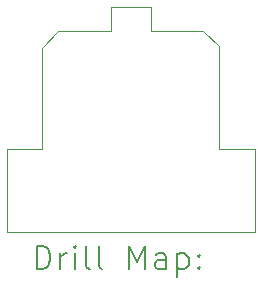
<source format=gbr>
%FSLAX45Y45*%
G04 Gerber Fmt 4.5, Leading zero omitted, Abs format (unit mm)*
G04 Created by KiCad (PCBNEW (6.0.0)) date 2021-12-31 14:49:55*
%MOMM*%
%LPD*%
G01*
G04 APERTURE LIST*
%TA.AperFunction,Profile*%
%ADD10C,0.100000*%
%TD*%
%ADD11C,0.200000*%
G04 APERTURE END LIST*
D10*
X11154000Y-6455750D02*
X11154000Y-7325750D01*
X9354000Y-8025750D02*
X9354000Y-7325750D01*
X10234000Y-6125750D02*
X10234000Y-6325750D01*
X10574000Y-6125750D02*
X10574000Y-6325750D01*
X11454000Y-7325750D02*
X11154000Y-7325750D01*
X10574000Y-6125750D02*
X10234000Y-6125750D01*
X9654000Y-6465750D02*
X9654000Y-7325750D01*
X9784000Y-6325750D02*
X9654000Y-6465750D01*
X9354000Y-7325750D02*
X9654000Y-7325750D01*
X10234000Y-6325750D02*
X9784000Y-6325750D01*
X11014000Y-6325750D02*
X11154000Y-6455750D01*
X11454000Y-8025750D02*
X11454000Y-7325750D01*
X10574000Y-6325750D02*
X11014000Y-6325750D01*
X11454000Y-8025750D02*
X9354000Y-8025750D01*
D11*
X9606619Y-8341226D02*
X9606619Y-8141226D01*
X9654238Y-8141226D01*
X9682810Y-8150750D01*
X9701857Y-8169798D01*
X9711381Y-8188845D01*
X9720905Y-8226940D01*
X9720905Y-8255512D01*
X9711381Y-8293607D01*
X9701857Y-8312655D01*
X9682810Y-8331702D01*
X9654238Y-8341226D01*
X9606619Y-8341226D01*
X9806619Y-8341226D02*
X9806619Y-8207893D01*
X9806619Y-8245988D02*
X9816143Y-8226940D01*
X9825667Y-8217417D01*
X9844714Y-8207893D01*
X9863762Y-8207893D01*
X9930429Y-8341226D02*
X9930429Y-8207893D01*
X9930429Y-8141226D02*
X9920905Y-8150750D01*
X9930429Y-8160274D01*
X9939952Y-8150750D01*
X9930429Y-8141226D01*
X9930429Y-8160274D01*
X10054238Y-8341226D02*
X10035190Y-8331702D01*
X10025667Y-8312655D01*
X10025667Y-8141226D01*
X10159000Y-8341226D02*
X10139952Y-8331702D01*
X10130429Y-8312655D01*
X10130429Y-8141226D01*
X10387571Y-8341226D02*
X10387571Y-8141226D01*
X10454238Y-8284083D01*
X10520905Y-8141226D01*
X10520905Y-8341226D01*
X10701857Y-8341226D02*
X10701857Y-8236464D01*
X10692333Y-8217417D01*
X10673286Y-8207893D01*
X10635190Y-8207893D01*
X10616143Y-8217417D01*
X10701857Y-8331702D02*
X10682810Y-8341226D01*
X10635190Y-8341226D01*
X10616143Y-8331702D01*
X10606619Y-8312655D01*
X10606619Y-8293607D01*
X10616143Y-8274559D01*
X10635190Y-8265036D01*
X10682810Y-8265036D01*
X10701857Y-8255512D01*
X10797095Y-8207893D02*
X10797095Y-8407893D01*
X10797095Y-8217417D02*
X10816143Y-8207893D01*
X10854238Y-8207893D01*
X10873286Y-8217417D01*
X10882810Y-8226940D01*
X10892333Y-8245988D01*
X10892333Y-8303131D01*
X10882810Y-8322178D01*
X10873286Y-8331702D01*
X10854238Y-8341226D01*
X10816143Y-8341226D01*
X10797095Y-8331702D01*
X10978048Y-8322178D02*
X10987571Y-8331702D01*
X10978048Y-8341226D01*
X10968524Y-8331702D01*
X10978048Y-8322178D01*
X10978048Y-8341226D01*
X10978048Y-8217417D02*
X10987571Y-8226940D01*
X10978048Y-8236464D01*
X10968524Y-8226940D01*
X10978048Y-8217417D01*
X10978048Y-8236464D01*
M02*

</source>
